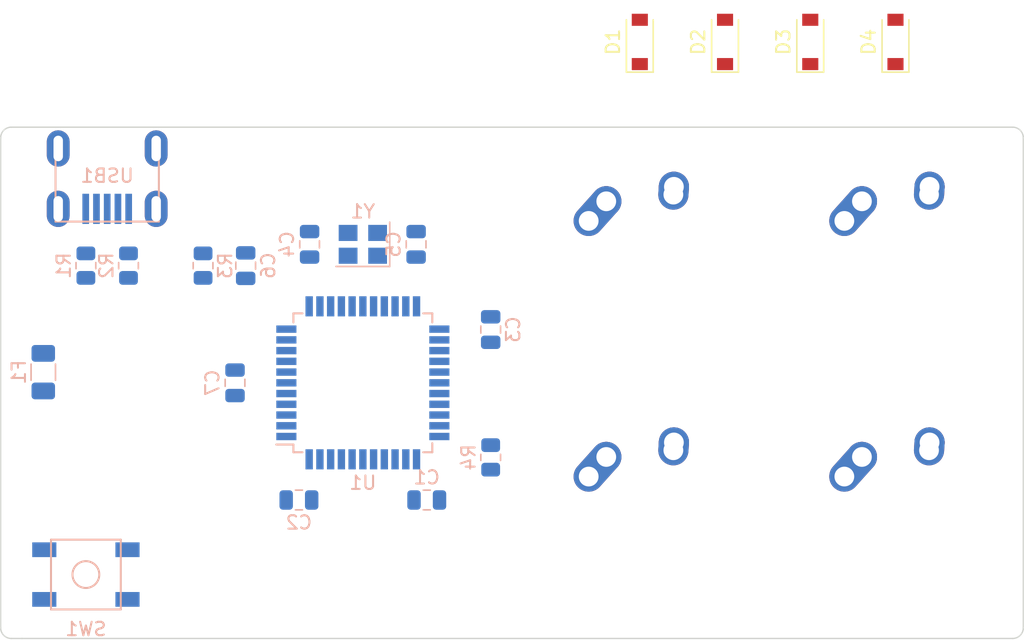
<source format=kicad_pcb>
(kicad_pcb (version 20211014) (generator pcbnew)
  (layers (0 "F.Cu" signal) (31 "B.Cu" signal) (34 "B.Paste" user) (35 "F.Paste" user) (36 "B.SilkS" user "B.Silkscreen") (37 "F.SilkS" user "F.Silkscreen") (38 "B.Mask" user) (39 "F.Mask" user) (44 "Edge.Cuts" user))
  (net 0 "")
  (net 1 "+5V")
  (net 2 "GND")
  (net 3 "Net-(C4-Pad2)")
  (net 4 "Net-(C5-Pad2)")
  (net 5 "Net-(C7-Pad1)")
  (net 6 "ROW0")
  (net 7 "Net-(D1-Pad2)")
  (net 8 "ROW1")
  (net 9 "Net-(D2-Pad2)")
  (net 10 "Net-(D3-Pad2)")
  (net 11 "Net-(D4-Pad2)")
  (net 12 "VCC")
  (net 13 "COL0")
  (net 14 "COL1")
  (net 15 "D-")
  (net 16 "Net-(R1-Pad2)")
  (net 17 "D+")
  (net 18 "Net-(R2-Pad2)")
  (net 19 "Net-(R3-Pad2)")
  (net 20 "Net-(R4-Pad1)")
  (footprint "Diode_SMD:D_SOD-123" (layer "F.Cu") (at 117.475 73.025 90)
    (fp_text reference "D3" (at 0 -2 90) (layer "F.SilkS"))
    (fp_text value "D_Small")
    (fp_line (start -2.25 1) (end 1.65 1) (layer "F.SilkS") (width 0.12))
    (fp_line (start -2.25 -1) (end -2.25 1) (layer "F.SilkS") (width 0.12))
    (fp_line (start -2.25 -1) (end 1.65 -1) (layer "F.SilkS") (width 0.12))
    (pad "1" smd rect (at -1.65 0 90) (size 0.9 1.2) (layers "F.Cu" "F.Paste" "F.Mask") (net 6 "ROW0"))
    (pad "2" smd rect (at 1.65 0 90) (size 0.9 1.2) (layers "F.Cu" "F.Paste" "F.Mask") (net 10 "Net-(D3-Pad2)"))
  )
  (footprint "Diode_SMD:D_SOD-123" (layer "F.Cu") (at 104.775 73.025 90)
    (fp_text reference "D1" (at 0 -2 90) (layer "F.SilkS"))
    (fp_text value "D_Small")
    (fp_line (start -2.25 1) (end 1.65 1) (layer "F.SilkS") (width 0.12))
    (fp_line (start -2.25 -1) (end -2.25 1) (layer "F.SilkS") (width 0.12))
    (fp_line (start -2.25 -1) (end 1.65 -1) (layer "F.SilkS") (width 0.12))
    (pad "1" smd rect (at -1.65 0 90) (size 0.9 1.2) (layers "F.Cu" "F.Paste" "F.Mask") (net 6 "ROW0"))
    (pad "2" smd rect (at 1.65 0 90) (size 0.9 1.2) (layers "F.Cu" "F.Paste" "F.Mask") (net 7 "Net-(D1-Pad2)"))
  )
  (footprint "Diode_SMD:D_SOD-123" (layer "F.Cu") (at 123.825 73.025 90)
    (fp_text reference "D4" (at 0 -2 90) (layer "F.SilkS"))
    (fp_text value "D_Small")
    (fp_line (start -2.25 -1) (end 1.65 -1) (layer "F.SilkS") (width 0.12))
    (fp_line (start -2.25 1) (end 1.65 1) (layer "F.SilkS") (width 0.12))
    (fp_line (start -2.25 -1) (end -2.25 1) (layer "F.SilkS") (width 0.12))
    (pad "1" smd rect (at -1.65 0 90) (size 0.9 1.2) (layers "F.Cu" "F.Paste" "F.Mask") (net 8 "ROW1"))
    (pad "2" smd rect (at 1.65 0 90) (size 0.9 1.2) (layers "F.Cu" "F.Paste" "F.Mask") (net 11 "Net-(D4-Pad2)"))
  )
  (footprint "MX_Alps_Hybrid:MX-1U-NoLED" (layer "F.Cu") (at 104.775 107.95)
    (fp_text reference "MX3")
    (fp_text value "MX-NoLED")
    (pad "" np_thru_hole circle locked (at -5.08 0 48.0996) (size 1.75 1.75) (drill 1.75) (layers *.Cu *.Mask))
    (pad "" np_thru_hole circle locked (at 0 0) (size 3.9878 3.9878) (drill 3.9878) (layers *.Cu *.Mask))
    (pad "" np_thru_hole circle locked (at 5.08 0 48.0996) (size 1.75 1.75) (drill 1.75) (layers *.Cu *.Mask))
    (pad "1" thru_hole oval locked (at -3.81 -2.54 48.0996) (size 4.211556 2.25) (drill 1.47 (offset 0.980778 0)) (layers *.Cu "B.Mask") (net 14 "COL1"))
    (pad "1" thru_hole circle locked (at -2.5 -4) (size 2.25 2.25) (drill 1.47) (layers *.Cu "B.Mask") (net 14 "COL1"))
    (pad "2" thru_hole oval locked (at 2.5 -4.5 86.0548) (size 2.831378 2.25) (drill 1.47 (offset 0.290689 0)) (layers *.Cu "B.Mask") (net 10 "Net-(D3-Pad2)"))
    (pad "2" thru_hole circle locked (at 2.54 -5.08) (size 2.25 2.25) (drill 1.47) (layers *.Cu "B.Mask") (net 10 "Net-(D3-Pad2)"))
  )
  (footprint "MX_Alps_Hybrid:MX-1U-NoLED" (layer "F.Cu") (at 104.775 88.9)
    (fp_text reference "MX1")
    (fp_text value "MX-NoLED")
    (pad "" np_thru_hole circle locked (at 5.08 0 48.0996) (size 1.75 1.75) (drill 1.75) (layers *.Cu *.Mask))
    (pad "" np_thru_hole circle locked (at 0 0) (size 3.9878 3.9878) (drill 3.9878) (layers *.Cu *.Mask))
    (pad "" np_thru_hole circle locked (at -5.08 0 48.0996) (size 1.75 1.75) (drill 1.75) (layers *.Cu *.Mask))
    (pad "1" thru_hole circle locked (at -2.5 -4) (size 2.25 2.25) (drill 1.47) (layers *.Cu "B.Mask") (net 13 "COL0"))
    (pad "1" thru_hole oval locked (at -3.81 -2.54 48.0996) (size 4.211556 2.25) (drill 1.47 (offset 0.980778 0)) (layers *.Cu "B.Mask") (net 13 "COL0"))
    (pad "2" thru_hole circle locked (at 2.54 -5.08) (size 2.25 2.25) (drill 1.47) (layers *.Cu "B.Mask") (net 7 "Net-(D1-Pad2)"))
    (pad "2" thru_hole oval locked (at 2.5 -4.5 86.0548) (size 2.831378 2.25) (drill 1.47 (offset 0.290689 0)) (layers *.Cu "B.Mask") (net 7 "Net-(D1-Pad2)"))
  )
  (footprint "Diode_SMD:D_SOD-123" (layer "F.Cu") (at 111.125 73.025 90)
    (fp_text reference "D2" (at 0 -2 90) (layer "F.SilkS"))
    (fp_text value "D_Small")
    (fp_line (start -2.25 1) (end 1.65 1) (layer "F.SilkS") (width 0.12))
    (fp_line (start -2.25 -1) (end 1.65 -1) (layer "F.SilkS") (width 0.12))
    (fp_line (start -2.25 -1) (end -2.25 1) (layer "F.SilkS") (width 0.12))
    (pad "1" smd rect (at -1.65 0 90) (size 0.9 1.2) (layers "F.Cu" "F.Paste" "F.Mask") (net 8 "ROW1"))
    (pad "2" smd rect (at 1.65 0 90) (size 0.9 1.2) (layers "F.Cu" "F.Paste" "F.Mask") (net 9 "Net-(D2-Pad2)"))
  )
  (footprint "MX_Alps_Hybrid:MX-1U-NoLED" (layer "F.Cu") (at 123.825 107.95)
    (fp_text reference "MX4")
    (fp_text value "MX-NoLED")
    (pad "" np_thru_hole circle locked (at -5.08 0 48.0996) (size 1.75 1.75) (drill 1.75) (layers *.Cu *.Mask))
    (pad "" np_thru_hole circle locked (at 5.08 0 48.0996) (size 1.75 1.75) (drill 1.75) (layers *.Cu *.Mask))
    (pad "" np_thru_hole circle locked (at 0 0) (size 3.9878 3.9878) (drill 3.9878) (layers *.Cu *.Mask))
    (pad "1" thru_hole oval locked (at -3.81 -2.54 48.0996) (size 4.211556 2.25) (drill 1.47 (offset 0.980778 0)) (layers *.Cu "B.Mask") (net 14 "COL1"))
    (pad "1" thru_hole circle locked (at -2.5 -4) (size 2.25 2.25) (drill 1.47) (layers *.Cu "B.Mask") (net 14 "COL1"))
    (pad "2" thru_hole oval locked (at 2.5 -4.5 86.0548) (size 2.831378 2.25) (drill 1.47 (offset 0.290689 0)) (layers *.Cu "B.Mask") (net 11 "Net-(D4-Pad2)"))
    (pad "2" thru_hole circle locked (at 2.54 -5.08) (size 2.25 2.25) (drill 1.47) (layers *.Cu "B.Mask") (net 11 "Net-(D4-Pad2)"))
  )
  (footprint "MX_Alps_Hybrid:MX-1U-NoLED" (layer "F.Cu") (at 123.825 88.9)
    (fp_text reference "MX2")
    (fp_text value "MX-NoLED")
    (pad "" np_thru_hole circle locked (at 0 0) (size 3.9878 3.9878) (drill 3.9878) (layers *.Cu *.Mask))
    (pad "" np_thru_hole circle locked (at 5.08 0 48.0996) (size 1.75 1.75) (drill 1.75) (layers *.Cu *.Mask))
    (pad "" np_thru_hole circle locked (at -5.08 0 48.0996) (size 1.75 1.75) (drill 1.75) (layers *.Cu *.Mask))
    (pad "1" thru_hole oval locked (at -3.81 -2.54 48.0996) (size 4.211556 2.25) (drill 1.47 (offset 0.980778 0)) (layers *.Cu "B.Mask") (net 13 "COL0"))
    (pad "1" thru_hole circle locked (at -2.5 -4) (size 2.25 2.25) (drill 1.47) (layers *.Cu "B.Mask") (net 13 "COL0"))
    (pad "2" thru_hole oval locked (at 2.5 -4.5 86.0548) (size 2.831378 2.25) (drill 1.47 (offset 0.290689 0)) (layers *.Cu "B.Mask") (net 9 "Net-(D2-Pad2)"))
    (pad "2" thru_hole circle locked (at 2.54 -5.08) (size 2.25 2.25) (drill 1.47) (layers *.Cu "B.Mask") (net 9 "Net-(D2-Pad2)"))
  )
  (footprint "Capacitor_SMD:C_0805_2012Metric" (layer "B.Cu") (at 75.40625 89.69375 90)
    (fp_text reference "C6" (at 0 1.68 90) (layer "B.SilkS") (effects (justify mirror)))
    (fp_text value "10uF")
    (fp_line (start -0.261252 0.735) (end 0.261252 0.735) (layer "B.SilkS") (width 0.12))
    (fp_line (start -0.261252 -0.735) (end 0.261252 -0.735) (layer "B.SilkS") (width 0.12))
    (pad "1" smd roundrect (at -0.95 0 90) (size 1 1.45) (layers "B.Cu" "B.Paste" "B.Mask") (net 1 "+5V"))
    (pad "2" smd roundrect (at 0.95 0 90) (size 1 1.45) (layers "B.Cu" "B.Paste" "B.Mask") (net 2 "GND"))
  )
  (footprint "Resistor_SMD:R_0805_2012Metric" (layer "B.Cu") (at 72.23125 89.69375 90)
    (fp_text reference "R3" (at 0 1.65 90) (layer "B.SilkS") (effects (justify mirror)))
    (fp_text value "10k")
    (fp_line (start -0.227064 0.735) (end 0.227064 0.735) (layer "B.SilkS") (width 0.12))
    (fp_line (start -0.227064 -0.735) (end 0.227064 -0.735) (layer "B.SilkS") (width 0.12))
    (pad "1" smd roundrect (at -0.9125 0 90) (size 1.025 1.4) (layers "B.Cu" "B.Paste" "B.Mask") (roundrect_rratio 0.243902) (net 1 "+5V"))
    (pad "2" smd roundrect (at 0.9125 0 90) (size 1.025 1.4) (layers "B.Cu" "B.Paste" "B.Mask") (roundrect_rratio 0.243902) (net 19 "Net-(R3-Pad2)"))
  )
  (footprint "Capacitor_SMD:C_0805_2012Metric" (layer "B.Cu") (at 79.375 107.15625)
    (fp_text reference "C2" (at 0 1.68) (layer "B.SilkS") (effects (justify mirror)))
    (fp_text value "0.1uF")
    (fp_line (start -0.261252 0.735) (end 0.261252 0.735) (layer "B.SilkS") (width 0.12))
    (fp_line (start -0.261252 -0.735) (end 0.261252 -0.735) (layer "B.SilkS") (width 0.12))
    (pad "1" smd roundrect (at -0.95 0) (size 1 1.45) (layers "B.Cu" "B.Paste" "B.Mask") (net 1 "+5V"))
    (pad "2" smd roundrect (at 0.95 0) (size 1 1.45) (layers "B.Cu" "B.Paste" "B.Mask") (net 2 "GND"))
  )
  (footprint "Capacitor_SMD:C_0805_2012Metric" (layer "B.Cu") (at 74.6125 98.425 -90)
    (fp_text reference "C7" (at 0 1.68 90) (layer "B.SilkS") (effects (justify mirror)))
    (fp_text value "1uF")
    (fp_line (start -0.261252 -0.735) (end 0.261252 -0.735) (layer "B.SilkS") (width 0.12))
    (fp_line (start -0.261252 0.735) (end 0.261252 0.735) (layer "B.SilkS") (width 0.12))
    (pad "1" smd roundrect (at -0.95 0 270) (size 1 1.45) (layers "B.Cu" "B.Paste" "B.Mask") (net 5 "Net-(C7-Pad1)"))
    (pad "2" smd roundrect (at 0.95 0 270) (size 1 1.45) (layers "B.Cu" "B.Paste" "B.Mask") (net 2 "GND"))
  )
  (footprint "random-keyboard-parts:SKQG-1155865" (layer "B.Cu") (at 63.5 112.7125 180)
    (fp_text reference "SW1" (at 0 -4.064) (layer "B.SilkS") (effects (justify mirror)))
    (fp_text value "SW_Push")
    (fp_line (start -2.6 -2.6) (end -2.6 2.6) (layer "B.SilkS") (width 0.15))
    (fp_line (start -2.6 2.6) (end 2.6 2.6) (layer "B.SilkS") (width 0.15))
    (fp_line (start 2.6 2.6) (end 2.6 -2.6) (layer "B.SilkS") (width 0.15))
    (fp_line (start 2.6 -2.6) (end -2.6 -2.6) (layer "B.SilkS") (width 0.15))
    (fp_circle (center 0 0) (end 1 0) (layer "B.SilkS") (width 0.15) (fill none))
    (pad "1" smd rect locked (at 3.1 -1.85 180) (size 1.8 1.1) (layers "B.Cu" "B.Paste" "B.Mask") (net 2 "GND"))
    (pad "2" smd rect locked (at -3.1 1.85 180) (size 1.8 1.1) (layers "B.Cu" "B.Paste" "B.Mask") (net 19 "Net-(R3-Pad2)"))
    (pad "3" smd rect locked (at 3.1 1.85 180) (size 1.8 1.1) (layers "B.Cu" "B.Paste" "B.Mask"))
    (pad "4" smd rect locked (at -3.1 -1.85 180) (size 1.8 1.1) (layers "B.Cu" "B.Paste" "B.Mask"))
  )
  (footprint "Resistor_SMD:R_0805_2012Metric" (layer "B.Cu") (at 63.5 89.69375 -90)
    (fp_text reference "R1" (at 0 1.65 90) (layer "B.SilkS") (effects (justify mirror)))
    (fp_text value "22")
    (fp_line (start -0.227064 0.735) (end 0.227064 0.735) (layer "B.SilkS") (width 0.12))
    (fp_line (start -0.227064 -0.735) (end 0.227064 -0.735) (layer "B.SilkS") (width 0.12))
    (pad "1" smd roundrect (at -0.9125 0 270) (size 1.025 1.4) (layers "B.Cu" "B.Paste" "B.Mask") (roundrect_rratio 0.243902) (net 15 "D-"))
    (pad "2" smd roundrect (at 0.9125 0 270) (size 1.025 1.4) (layers "B.Cu" "B.Paste" "B.Mask") (roundrect_rratio 0.243902) (net 16 "Net-(R1-Pad2)"))
  )
  (footprint "Crystal:Crystal_SMD_3225-4Pin_3.2x2.5mm" (layer "B.Cu") (at 84.1375 88.10625 180)
    (fp_text reference "Y1" (at 0 2.45) (layer "B.SilkS") (effects (justify mirror)))
    (fp_text value "16Mhz")
    (fp_line (start -2 -1.65) (end 2 -1.65) (layer "B.SilkS") (width 0.12))
    (fp_line (start -2 1.65) (end -2 -1.65) (layer "B.SilkS") (width 0.12))
    (pad "1" smd rect (at -1.1 -0.85 180) (size 1.4 1.2) (layers "B.Cu" "B.Paste" "B.Mask") (net 3 "Net-(C4-Pad2)"))
    (pad "2" smd rect (at 1.1 -0.85 180) (size 1.4 1.2) (layers "B.Cu" "B.Paste" "B.Mask") (net 2 "GND"))
    (pad "3" smd rect (at 1.1 0.85 180) (size 1.4 1.2) (layers "B.Cu" "B.Paste" "B.Mask") (net 4 "Net-(C5-Pad2)"))
    (pad "4" smd rect (at -1.1 0.85 180) (size 1.4 1.2) (layers "B.Cu" "B.Paste" "B.Mask") (net 2 "GND"))
  )
  (footprint "Capacitor_SMD:C_0805_2012Metric" (layer "B.Cu") (at 88.10625 88.10625 -90)
    (fp_text reference "C5" (at 0 1.68 90) (layer "B.SilkS") (effects (justify mirror)))
    (fp_text value "22pF")
    (fp_line (start -0.261252 0.735) (end 0.261252 0.735) (layer "B.SilkS") (width 0.12))
    (fp_line (start -0.261252 -0.735) (end 0.261252 -0.735) (layer "B.SilkS") (width 0.12))
    (pad "1" smd roundrect (at -0.95 0 270) (size 1 1.45) (layers "B.Cu" "B.Paste" "B.Mask") (net 2 "GND"))
    (pad "2" smd roundrect (at 0.95 0 270) (size 1 1.45) (layers "B.Cu" "B.Paste" "B.Mask") (net 4 "Net-(C5-Pad2)"))
  )
  (footprint "Resistor_SMD:R_0805_2012Metric" (layer "B.Cu") (at 66.675 89.69375 -90)
    (fp_text reference "R2" (at 0 1.65 90) (layer "B.SilkS") (effects (justify mirror)))
    (fp_text value "22")
    (fp_line (start -0.227064 0.735) (end 0.227064 0.735) (layer "B.SilkS") (width 0.12))
    (fp_line (start -0.227064 -0.735) (end 0.227064 -0.735) (layer "B.SilkS") (width 0.12))
    (pad "1" smd roundrect (at -0.9125 0 270) (size 1.025 1.4) (layers "B.Cu" "B.Paste" "B.Mask") (roundrect_rratio 0.243902) (net 17 "D+"))
    (pad "2" smd roundrect (at 0.9125 0 270) (size 1.025 1.4) (layers "B.Cu" "B.Paste" "B.Mask") (roundrect_rratio 0.243902) (net 18 "Net-(R2-Pad2)"))
  )
  (footprint "random-keyboard-parts:Molex-0548190589" (layer "B.Cu") (at 65.0875 80.9625 -90)
    (fp_text reference "USB1" (at 2.032 0) (layer "B.SilkS") (effects (justify mirror)))
    (fp_text value "Molex-0548190589")
    (fp_line (start 0 -3.85) (end 5.45 -3.85) (layer "B.SilkS") (width 0.15))
    (fp_line (start 5.45 3.85) (end 5.45 -3.85) (layer "B.SilkS") (width 0.15))
    (fp_line (start 0 3.85) (end 5.45 3.85) (layer "B.SilkS") (width 0.15))
    (pad "1" smd rect locked (at 4.5 -1.6 270) (size 2.25 0.5) (layers "B.Cu" "B.Paste" "B.Mask") (net 2 "GND"))
    (pad "2" smd rect locked (at 4.5 -0.8 270) (size 2.25 0.5) (layers "B.Cu" "B.Paste" "B.Mask"))
    (pad "3" smd rect locked (at 4.5 0 270) (size 2.25 0.5) (layers "B.Cu" "B.Paste" "B.Mask") (net 17 "D+"))
    (pad "4" smd rect locked (at 4.5 0.8 270) (size 2.25 0.5) (layers "B.Cu" "B.Paste" "B.Mask") (net 15 "D-"))
    (pad "5" smd rect locked (at 4.5 1.6 270) (size 2.25 0.5) (layers "B.Cu" "B.Paste" "B.Mask") (net 12 "VCC"))
    (pad "6" thru_hole oval locked (at 0 3.65 270) (size 2.7 1.7) (drill oval 1.9 0.7) (layers *.Cu *.Mask))
    (pad "6" thru_hole oval locked (at 0 -3.65 270) (size 2.7 1.7) (drill oval 1.9 0.7) (layers *.Cu *.Mask))
    (pad "6" thru_hole oval locked (at 4.5 3.65 270) (size 2.7 1.7) (drill oval 1.9 0.7) (layers *.Cu *.Mask))
    (pad "6" thru_hole oval locked (at 4.5 -3.65 270) (size 2.7 1.7) (drill oval 1.9 0.7) (layers *.Cu *.Mask))
  )
  (footprint "Capacitor_SMD:C_0805_2012Metric" (layer "B.Cu") (at 88.9 107.15625 180)
    (fp_text reference "C1" (at 0 1.68) (layer "B.SilkS") (effects (justify mirror)))
    (fp_text value "0.1uF")
    (fp_line (start -0.261252 0.735) (end 0.261252 0.735) (layer "B.SilkS") (width 0.12))
    (fp_line (start -0.261252 -0.735) (end 0.261252 -0.735) (layer "B.SilkS") (width 0.12))
    (pad "1" smd roundrect (at -0.95 0 180) (size 1 1.45) (layers "B.Cu" "B.Paste" "B.Mask") (net 1 "+5V"))
    (pad "2" smd roundrect (at 0.95 0 180) (size 1 1.45) (layers "B.Cu" "B.Paste" "B.Mask") (net 2 "GND"))
  )
  (footprint "Capacitor_SMD:C_0805_2012Metric" (layer "B.Cu") (at 80.16875 88.10625 -90)
    (fp_text reference "C4" (at 0 1.68 90) (layer "B.SilkS") (effects (justify mirror)))
    (fp_text value "22pF")
    (fp_line (start -0.261252 0.735) (end 0.261252 0.735) (layer "B.SilkS") (width 0.12))
    (fp_line (start -0.261252 -0.735) (end 0.261252 -0.735) (layer "B.SilkS") (width 0.12))
    (pad "1" smd roundrect (at -0.95 0 270) (size 1 1.45) (layers "B.Cu" "B.Paste" "B.Mask") (net 2 "GND"))
    (pad "2" smd roundrect (at 0.95 0 270) (size 1 1.45) (layers "B.Cu" "B.Paste" "B.Mask") (net 3 "Net-(C4-Pad2)"))
  )
  (footprint "Fuse:Fuse_1206_3216Metric" (layer "B.Cu") (at 60.325 97.63125 -90)
    (fp_text reference "F1" (at 0 1.82 90) (layer "B.SilkS") (effects (justify mirror)))
    (fp_text value "500mA")
    (fp_line (start -0.602064 -0.91) (end 0.602064 -0.91) (layer "B.SilkS") (width 0.12))
    (fp_line (start -0.602064 0.91) (end 0.602064 0.91) (layer "B.SilkS") (width 0.12))
    (pad "1" smd roundrect (at -1.4 0 270) (size 1.25 1.75) (layers "B.Cu" "B.Paste" "B.Mask") (roundrect_rratio 0.2) (net 12 "VCC"))
    (pad "2" smd roundrect (at 1.4 0 270) (size 1.25 1.75) (layers "B.Cu" "B.Paste" "B.Mask") (roundrect_rratio 0.2) (net 1 "+5V"))
  )
  (footprint "Package_QFP:TQFP-44_10x10mm_P0.8mm" (layer "B.Cu") (at 84.1375 98.425)
    (fp_text reference "U1" (at 0 7.45) (layer "B.SilkS") (effects (justify mirror)))
    (fp_text value "ATmega32U4-A")
    (fp_line (start 5.175 5.175) (end 5.175 4.5) (layer "B.SilkS") (width 0.15))
    (fp_line (start -5.175 4.6) (end -6.45 4.6) (layer "B.SilkS") (width 0.15))
    (fp_line (start -5.175 -5.175) (end -4.5 -5.175) (layer "B.SilkS") (width 0.15))
    (fp_line (start 5.175 5.175) (end 4.5 5.175) (layer "B.SilkS") (width 0.15))
    (fp_line (start -5.175 5.175) (end -4.5 5.175) (layer "B.SilkS") (width 0.15))
    (fp_line (start -5.175 -5.175) (end -5.175 -4.5) (layer "B.SilkS") (width 0.15))
    (fp_line (start -5.175 5.175) (end -5.175 4.6) (layer "B.SilkS") (width 0.15))
    (fp_line (start 5.175 -5.175) (end 5.175 -4.5) (layer "B.SilkS") (width 0.15))
    (fp_line (start 5.175 -5.175) (end 4.5 -5.175) (layer "B.SilkS") (width 0.15))
    (pad "1" smd rect (at -5.7 4) (size 1.5 0.55) (layers "B.Cu" "B.Paste" "B.Mask"))
    (pad "2" smd rect (at -5.7 3.2) (size 1.5 0.55) (layers "B.Cu" "B.Paste" "B.Mask") (net 1 "+5V"))
    (pad "3" smd rect (at -5.7 2.4) (size 1.5 0.55) (layers "B.Cu" "B.Paste" "B.Mask") (net 16 "Net-(R1-Pad2)"))
    (pad "4" smd rect (at -5.7 1.6) (size 1.5 0.55) (layers "B.Cu" "B.Paste" "B.Mask") (net 18 "Net-(R2-Pad2)"))
    (pad "5" smd rect (at -5.7 0.8) (size 1.5 0.55) (layers "B.Cu" "B.Paste" "B.Mask") (net 2 "GND"))
    (pad "6" smd rect (at -5.7 0) (size 1.5 0.55) (layers "B.Cu" "B.Paste" "B.Mask") (net 5 "Net-(C7-Pad1)"))
    (pad "7" smd rect (at -5.7 -0.8) (size 1.5 0.55) (layers "B.Cu" "B.Paste" "B.Mask") (net 1 "+5V"))
    (pad "8" smd rect (at -5.7 -1.6) (size 1.5 0.55) (layers "B.Cu" "B.Paste" "B.Mask"))
    (pad "9" smd rect (at -5.7 -2.4) (size 1.5 0.55) (layers "B.Cu" "B.Paste" "B.Mask"))
    (pad "10" smd rect (at -5.7 -3.2) (size 1.5 0.55) (layers "B.Cu" "B.Paste" "B.Mask"))
    (pad "11" smd rect (at -5.7 -4) (size 1.5 0.55) (layers "B.Cu" "B.Paste" "B.Mask"))
    (pad "12" smd rect (at -4 -5.7 270) (size 1.5 0.55) (layers "B.Cu" "B.Paste" "B.Mask"))
    (pad "13" smd rect (at -3.2 -5.7 270) (size 1.5 0.55) (layers "B.Cu" "B.Paste" "B.Mask") (net 19 "Net-(R3-Pad2)"))
    (pad "14" smd rect (at -2.4 -5.7 270) (size 1.5 0.55) (layers "B.Cu" "B.Paste" "B.Mask") (net 1 "+5V"))
    (pad "15" smd rect (at -1.6 -5.7 270) (size 1.5 0.55) (layers "B.Cu" "B.Paste" "B.Mask") (net 2 "GND"))
    (pad "16" smd rect (at -0.8 -5.7 270) (size 1.5 0.55) (layers "B.Cu" "B.Paste" "B.Mask") (net 4 "Net-(C5-Pad2)"))
    (pad "17" smd rect (at 0 -5.7 270) (size 1.5 0.55) (layers "B.Cu" "B.Paste" "B.Mask") (net 3 "Net-(C4-Pad2)"))
    (pad "18" smd rect (at 0.8 -5.7 270) (size 1.5 0.55) (layers "B.Cu" "B.Paste" "B.Mask"))
    (pad "19" smd rect (at 1.6 -5.7 270) (size 1.5 0.55) (layers "B.Cu" "B.Paste" "B.Mask"))
    (pad "20" smd rect (at 2.4 -5.7 270) (size 1.5 0.55) (layers "B.Cu" "B.Paste" "B.Mask"))
    (pad "21" smd rect (at 3.2 -5.7 270) (size 1.5 0.55) (layers "B.Cu" "B.Paste" "B.Mask"))
    (pad "22" smd rect (at 4 -5.7 270) (size 1.5 0.55) (layers "B.Cu" "B.Paste" "B.Mask"))
    (pad "23" smd rect (at 5.7 -4) (size 1.5 0.55) (layers "B.Cu" "B.Paste" "B.Mask") (net 2 "GND"))
    (pad "24" smd rect (at 5.7 -3.2) (size 1.5 0.55) (layers "B.Cu" "B.Paste" "B.Mask") (net 1 "+5V"))
    (pad "25" smd rect (at 5.7 -2.4) (size 1.5 0.55) (layers "B.Cu" "B.Paste" "B.Mask"))
    (pad "26" smd rect (at 5.7 -1.6) (size 1.5 0.55) (layers "B.Cu" "B.Paste" "B.Mask"))
    (pad "27" smd rect (at 5.7 -0.8) (size 1.5 0.55) (layers "B.Cu" "B.Paste" "B.Mask"))
    (pad "28" smd rect (at 5.7 0) (size 1.5 0.55) (layers "B.Cu" "B.Paste" "B.Mask"))
    (pad "29" smd rect (at 5.7 0.8) (size 1.5 0.55) (layers "B.Cu" "B.Paste" "B.Mask"))
    (pad "30" smd rect (at 5.7 1.6) (size 1.5 0.55) (layers "B.Cu" "B.Paste" "B.Mask"))
    (pad "31" smd rect (at 5.7 2.4) (size 1.5 0.55) (layers "B.Cu" "B.Paste" "B.Mask"))
    (pad "32" smd rect (at 5.7 3.2) (size 1.5 0.55) (layers "B.Cu" "B.Paste" "B.Mask"))
    (pad "33" smd rect (at 5.7 4) (size 1.5 0.55) (layers "B.Cu" "B.Paste" "B.Mask") (net 20 "Net-(R4-Pad1)"))
    (pad "34" smd rect (at 4 5.7 270) (size 1.5 0.55) (layers "B.Cu" "B.Paste" "B.Mask") (net 1 "+5V"))
    (pad "35" smd rect (at 3.2 5.7 270) (size 1.5 0.55) (layers "B.Cu" "B.Paste" "B.Mask") (net 2 "GND"))
    (pad "36" smd rect (at 2.4 5.7 270) (size 1.5 0.55) (layers "B.Cu" "B.Paste" "B.Mask"))
    (pad "37" smd rect (at 1.6 5.7 270) (size 1.5 0.55) (layers "B.Cu" "B.Paste" "B.Mask"))
    (pad "38" smd rect (at 0.8 5.7 270) (size 1.5 0.55) (layers "B.Cu" "B.Paste" "B.Mask"))
    (pad "39" smd rect (at 0 5.7 270) (size 1.5 0.55) (layers "B.Cu" "B.Paste" "B.Mask"))
    (pad "40" smd rect (at -0.8 5.7 270) (size 1.5 0.55) (layers "B.Cu" "B.Paste" "B.Mask"))
    (pad "41" smd rect (at -1.6 5.7 270) (size 1.5 0.55) (layers "B.Cu" "B.Paste" "B.Mask"))
    (pad "42" smd rect (at -2.4 5.7 270) (size 1.5 0.55) (layers "B.Cu" "B.Paste" "B.Mask"))
    (pad "43" smd rect (at -3.2 5.7 270) (size 1.5 0.55) (layers "B.Cu" "B.Paste" "B.Mask") (net 2 "GND"))
    (pad "44" smd rect (at -4 5.7 270) (size 1.5 0.55) (layers "B.Cu" "B.Paste" "B.Mask") (net 1 "+5V"))
  )
  (footprint "Resistor_SMD:R_0805_2012Metric" (layer "B.Cu") (at 93.6625 103.98125 -90)
    (fp_text reference "R4" (at 0 1.65 90) (layer "B.SilkS") (effects (justify mirror)))
    (fp_text value "10k")
    (fp_line (start -0.227064 0.735) (end 0.227064 0.735) (layer "B.SilkS") (width 0.12))
    (fp_line (start -0.227064 -0.735) (end 0.227064 -0.735) (layer "B.SilkS") (width 0.12))
    (pad "1" smd roundrect (at -0.9125 0 270) (size 1.025 1.4) (layers "B.Cu" "B.Paste" "B.Mask") (roundrect_rratio 0.243902) (net 20 "Net-(R4-Pad1)"))
    (pad "2" smd roundrect (at 0.9125 0 270) (size 1.025 1.4) (layers "B.Cu" "B.Paste" "B.Mask") (roundrect_rratio 0.243902) (net 2 "GND"))
  )
  (footprint "Capacitor_SMD:C_0805_2012Metric" (layer "B.Cu") (at 93.6625 94.45625 90)
    (fp_text reference "C3" (at 0 1.68 90) (layer "B.SilkS") (effects (justify mirror)))
    (fp_text value "0.1uF")
    (fp_line (start -0.261252 0.735) (end 0.261252 0.735) (layer "B.SilkS") (width 0.12))
    (fp_line (start -0.261252 -0.735) (end 0.261252 -0.735) (layer "B.SilkS") (width 0.12))
    (pad "1" smd roundrect (at -0.95 0 90) (size 1 1.45) (layers "B.Cu" "B.Paste" "B.Mask") (net 1 "+5V"))
    (pad "2" smd roundrect (at 0.95 0 90) (size 1 1.45) (layers "B.Cu" "B.Paste" "B.Mask") (net 2 "GND"))
  )
  (gr_arc (start 57.94375 117.475) (mid 57.382484 117.242516) (end 57.15 116.68125) (layer "Edge.Cuts") (width 0.1))
  (gr_line (start 57.15 116.68125) (end 57.15 80.16875) (layer "Edge.Cuts") (width 0.1))
  (gr_line (start 57.94375 117.475) (end 58.7375 117.475) (layer "Edge.Cuts") (width 0.1))
  (gr_line (start 57.94375 79.375) (end 132.55625 79.375) (layer "Edge.Cuts") (width 0.1))
  (gr_line (start 133.35 80.16875) (end 133.35 116.68125) (layer "Edge.Cuts") (width 0.1))
  (gr_arc (start 132.55625 79.375) (mid 133.117516 79.607484) (end 133.35 80.16875) (layer "Edge.Cuts") (width 0.1))
  (gr_arc (start 57.15 80.16875) (mid 57.382484 79.607484) (end 57.94375 79.375) (layer "Edge.Cuts") (width 0.1))
  (gr_arc (start 133.35 116.68125) (mid 133.117516 117.242516) (end 132.55625 117.475) (layer "Edge.Cuts") (width 0.1))
  (gr_line (start 132.55625 117.475) (end 58.7375 117.475) (layer "Edge.Cuts") (width 0.1))
)
</source>
